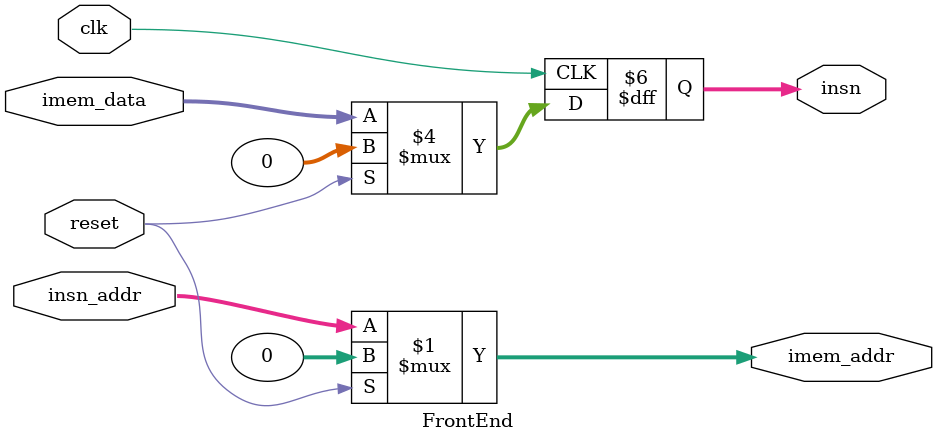
<source format=v>
/**@file
 * @brief
 * @author    Igor Lesik
 * @copyright Igor Lesik 2013
 */


module FrontEnd
#(parameter ADDR_WIDTH = 32, parameter INSN_WIDTH = 32)
(
    input clk,
    input reset,
    input [ADDR_WIDTH-1:0] insn_addr,
    output /*reg*/ [ADDR_WIDTH-1:0] imem_addr,
    input [INSN_WIDTH-1:0] imem_data,
    output reg [INSN_WIDTH-1:0] insn
);
    localparam RESET_ADDR = 0;

    assign imem_addr = (reset)? RESET_ADDR : insn_addr;

    // Fetch instruction
    //
    always @(posedge clk)
    begin
        //$monitor("%2d clk:%h reset_n:%h pc:%h insn:%h", 
        //    $time, clk, reset_n, pc, insn);

        if (reset) begin
            //imem_addr <= RESET_ADDR;
            insn  <= 'h0; // NOP = 0
        end
        else begin
            $display("Fetching pc:%h insn:%h", imem_addr, imem_data);
            //imem_addr <= insn_addr;
            insn  <= imem_data;
        end
    end

endmodule

</source>
